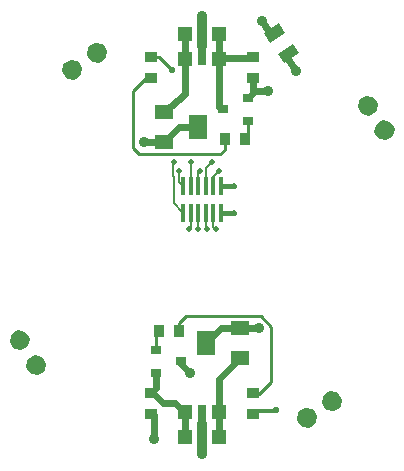
<source format=gtl>
G75*
%MOIN*%
%OFA0B0*%
%FSLAX24Y24*%
%IPPOS*%
%LPD*%
%AMOC8*
5,1,8,0,0,1.08239X$1,22.5*
%
%ADD10R,0.0350X0.0420*%
%ADD11R,0.0380X0.0600*%
%ADD12R,0.0420X0.0350*%
%ADD13R,0.0354X0.0315*%
%ADD14R,0.0150X0.0600*%
%ADD15R,0.0630X0.0512*%
%ADD16R,0.0630X0.0787*%
%ADD17R,0.0276X0.1260*%
%ADD18R,0.0512X0.0453*%
%ADD19C,0.0126*%
%ADD20C,0.0354*%
%ADD21C,0.0240*%
%ADD22C,0.0320*%
%ADD23C,0.0198*%
%ADD24C,0.0160*%
%ADD25C,0.0200*%
%ADD26C,0.0060*%
%ADD27C,0.0100*%
%ADD28C,0.0210*%
%ADD29C,0.0120*%
D10*
X007720Y005960D03*
X008400Y005960D03*
X009920Y012360D03*
X010600Y012360D03*
D11*
G36*
X011900Y014906D02*
X011688Y015221D01*
X012184Y015556D01*
X012396Y015241D01*
X011900Y014906D01*
G37*
G36*
X011442Y015586D02*
X011230Y015901D01*
X011726Y016236D01*
X011938Y015921D01*
X011442Y015586D01*
G37*
D12*
X010860Y015100D03*
X010860Y014420D03*
X007460Y014420D03*
X007460Y015100D03*
X007460Y003900D03*
X007460Y003220D03*
X010860Y003220D03*
X010860Y003900D03*
D13*
X008460Y004960D03*
X007633Y004586D03*
X007633Y005334D03*
X010687Y012986D03*
X010687Y013734D03*
X009860Y013360D03*
D14*
X009785Y010810D03*
X009535Y010810D03*
X009285Y010810D03*
X009035Y010810D03*
X008785Y010810D03*
X008535Y010810D03*
X008535Y009910D03*
X008785Y009910D03*
X009035Y009910D03*
X009285Y009910D03*
X009535Y009910D03*
X009785Y009910D03*
D15*
X007889Y012260D03*
X007889Y013260D03*
X010431Y006060D03*
X010431Y005060D03*
D16*
X009289Y005560D03*
X009031Y012760D03*
D17*
X009160Y015460D03*
X009160Y002860D03*
D18*
X009741Y002456D03*
X009741Y003264D03*
X008579Y003264D03*
X008579Y002456D03*
X008579Y015056D03*
X008579Y015864D03*
X009741Y015864D03*
X009741Y015056D03*
D19*
X003645Y005035D02*
X003582Y005098D01*
X003786Y005058D01*
X003903Y004885D01*
X003863Y004681D01*
X003690Y004564D01*
X003486Y004604D01*
X003369Y004777D01*
X003409Y004981D01*
X003582Y005098D01*
X003603Y004997D01*
X003729Y004972D01*
X003802Y004864D01*
X003777Y004738D01*
X003669Y004665D01*
X003543Y004690D01*
X003470Y004798D01*
X003495Y004924D01*
X003603Y004997D01*
X003623Y004897D01*
X003673Y004887D01*
X003702Y004844D01*
X003692Y004794D01*
X003649Y004765D01*
X003599Y004775D01*
X003570Y004818D01*
X003580Y004868D01*
X003623Y004897D01*
X003086Y005864D02*
X003023Y005927D01*
X003227Y005887D01*
X003344Y005714D01*
X003304Y005510D01*
X003131Y005393D01*
X002927Y005433D01*
X002810Y005606D01*
X002850Y005810D01*
X003023Y005927D01*
X003044Y005826D01*
X003170Y005801D01*
X003243Y005693D01*
X003218Y005567D01*
X003110Y005494D01*
X002984Y005519D01*
X002911Y005627D01*
X002936Y005753D01*
X003044Y005826D01*
X003064Y005726D01*
X003114Y005716D01*
X003143Y005673D01*
X003133Y005623D01*
X003090Y005594D01*
X003040Y005604D01*
X003011Y005647D01*
X003021Y005697D01*
X003064Y005726D01*
X004840Y014888D02*
X004777Y014951D01*
X004981Y014911D01*
X005098Y014738D01*
X005058Y014534D01*
X004885Y014417D01*
X004681Y014457D01*
X004564Y014630D01*
X004604Y014834D01*
X004777Y014951D01*
X004798Y014850D01*
X004924Y014825D01*
X004997Y014717D01*
X004972Y014591D01*
X004864Y014518D01*
X004738Y014543D01*
X004665Y014651D01*
X004690Y014777D01*
X004798Y014850D01*
X004818Y014750D01*
X004868Y014740D01*
X004897Y014697D01*
X004887Y014647D01*
X004844Y014618D01*
X004794Y014628D01*
X004765Y014671D01*
X004775Y014721D01*
X004818Y014750D01*
X005669Y015447D02*
X005606Y015510D01*
X005810Y015470D01*
X005927Y015297D01*
X005887Y015093D01*
X005714Y014976D01*
X005510Y015016D01*
X005393Y015189D01*
X005433Y015393D01*
X005606Y015510D01*
X005627Y015409D01*
X005753Y015384D01*
X005826Y015276D01*
X005801Y015150D01*
X005693Y015077D01*
X005567Y015102D01*
X005494Y015210D01*
X005519Y015336D01*
X005627Y015409D01*
X005647Y015309D01*
X005697Y015299D01*
X005726Y015256D01*
X005716Y015206D01*
X005673Y015177D01*
X005623Y015187D01*
X005594Y015230D01*
X005604Y015280D01*
X005647Y015309D01*
X014693Y013693D02*
X014630Y013756D01*
X014834Y013716D01*
X014951Y013543D01*
X014911Y013339D01*
X014738Y013222D01*
X014534Y013262D01*
X014417Y013435D01*
X014457Y013639D01*
X014630Y013756D01*
X014651Y013655D01*
X014777Y013630D01*
X014850Y013522D01*
X014825Y013396D01*
X014717Y013323D01*
X014591Y013348D01*
X014518Y013456D01*
X014543Y013582D01*
X014651Y013655D01*
X014671Y013555D01*
X014721Y013545D01*
X014750Y013502D01*
X014740Y013452D01*
X014697Y013423D01*
X014647Y013433D01*
X014618Y013476D01*
X014628Y013526D01*
X014671Y013555D01*
X015252Y012864D02*
X015189Y012927D01*
X015393Y012887D01*
X015510Y012714D01*
X015470Y012510D01*
X015297Y012393D01*
X015093Y012433D01*
X014976Y012606D01*
X015016Y012810D01*
X015189Y012927D01*
X015210Y012826D01*
X015336Y012801D01*
X015409Y012693D01*
X015384Y012567D01*
X015276Y012494D01*
X015150Y012519D01*
X015077Y012627D01*
X015102Y012753D01*
X015210Y012826D01*
X015230Y012726D01*
X015280Y012716D01*
X015309Y012673D01*
X015299Y012623D01*
X015256Y012594D01*
X015206Y012604D01*
X015177Y012647D01*
X015187Y012697D01*
X015230Y012726D01*
X013498Y003840D02*
X013435Y003903D01*
X013639Y003863D01*
X013756Y003690D01*
X013716Y003486D01*
X013543Y003369D01*
X013339Y003409D01*
X013222Y003582D01*
X013262Y003786D01*
X013435Y003903D01*
X013456Y003802D01*
X013582Y003777D01*
X013655Y003669D01*
X013630Y003543D01*
X013522Y003470D01*
X013396Y003495D01*
X013323Y003603D01*
X013348Y003729D01*
X013456Y003802D01*
X013476Y003702D01*
X013526Y003692D01*
X013555Y003649D01*
X013545Y003599D01*
X013502Y003570D01*
X013452Y003580D01*
X013423Y003623D01*
X013433Y003673D01*
X013476Y003702D01*
X012669Y003281D02*
X012606Y003344D01*
X012810Y003304D01*
X012927Y003131D01*
X012887Y002927D01*
X012714Y002810D01*
X012510Y002850D01*
X012393Y003023D01*
X012433Y003227D01*
X012606Y003344D01*
X012627Y003243D01*
X012753Y003218D01*
X012826Y003110D01*
X012801Y002984D01*
X012693Y002911D01*
X012567Y002936D01*
X012494Y003044D01*
X012519Y003170D01*
X012627Y003243D01*
X012647Y003143D01*
X012697Y003133D01*
X012726Y003090D01*
X012716Y003040D01*
X012673Y003011D01*
X012623Y003021D01*
X012594Y003064D01*
X012604Y003114D01*
X012647Y003143D01*
D20*
X011060Y006060D03*
X008760Y004560D03*
X007560Y002360D03*
X009160Y001860D03*
X007210Y012260D03*
X011160Y016299D03*
X012278Y014641D03*
X011360Y013960D03*
X009160Y016460D03*
D21*
X009741Y015960D02*
X009741Y015910D01*
X009741Y015864D01*
X009741Y015056D01*
X009741Y015060D01*
X010820Y015060D01*
X010830Y015061D01*
X010840Y015065D01*
X010848Y015072D01*
X010855Y015080D01*
X010859Y015090D01*
X010860Y015100D01*
X010860Y014420D02*
X010860Y013960D01*
X011360Y013960D01*
X010860Y013960D02*
X010860Y013912D01*
X010687Y013739D01*
X010687Y013734D01*
X009860Y013360D02*
X009827Y013360D01*
X009741Y013446D01*
X009741Y015010D01*
X009741Y015056D01*
X008579Y015056D02*
X008579Y013887D01*
X007889Y013260D01*
X008389Y012760D02*
X009031Y012760D01*
X008389Y012760D02*
X007889Y012260D01*
X007210Y012260D01*
X008579Y015056D02*
X008579Y015864D01*
X011160Y016299D02*
X011467Y015843D01*
X011480Y015840D01*
X011584Y015911D01*
X012042Y015231D02*
X011949Y015168D01*
X011943Y015138D01*
X012278Y014641D01*
X011060Y006060D02*
X010431Y006060D01*
X009789Y006060D01*
X009289Y005560D01*
X008460Y004960D02*
X008460Y004860D01*
X008760Y004560D01*
X008260Y003560D02*
X007860Y003560D01*
X007520Y003900D01*
X007460Y003900D01*
X007633Y004073D01*
X007633Y004586D01*
X007460Y003900D02*
X007461Y003890D01*
X007465Y003880D01*
X007472Y003872D01*
X007480Y003865D01*
X007490Y003861D01*
X007500Y003860D01*
X007560Y003160D02*
X007560Y002360D01*
X007560Y003160D02*
X007554Y003175D01*
X007546Y003189D01*
X007535Y003201D01*
X007522Y003210D01*
X007508Y003217D01*
X007492Y003221D01*
X007476Y003222D01*
X007460Y003220D01*
X008260Y003560D02*
X008556Y003264D01*
X008579Y003264D01*
X008579Y002456D01*
X009741Y002456D02*
X009741Y003264D01*
X009741Y004370D01*
X010431Y005060D01*
D22*
X009160Y002860D02*
X009160Y001860D01*
X009160Y015460D02*
X009160Y016460D01*
D23*
X009485Y011610D03*
X009735Y011310D03*
X010210Y010810D03*
X010210Y009910D03*
X009610Y009360D03*
X009310Y009360D03*
X009010Y009360D03*
X009085Y011310D03*
X008785Y011610D03*
X008389Y011321D03*
D24*
X009785Y010810D02*
X010210Y010810D01*
X010210Y009910D02*
X009785Y009910D01*
D25*
X008710Y009360D03*
X008218Y011618D03*
D26*
X008185Y011585D01*
X008185Y011135D01*
X008218Y011102D01*
X008218Y010227D01*
X008535Y009910D01*
X008785Y009910D02*
X008785Y009435D01*
X008710Y009360D01*
X009010Y009360D02*
X009035Y009385D01*
X009035Y009910D01*
X009285Y009910D02*
X009285Y009385D01*
X009310Y009360D01*
X009535Y009435D02*
X009610Y009360D01*
X009535Y009435D02*
X009535Y009910D01*
X009535Y010810D02*
X009535Y011110D01*
X009735Y011310D01*
X009485Y011610D02*
X009285Y011410D01*
X009285Y010810D01*
X009035Y010810D02*
X009035Y011260D01*
X009085Y011310D01*
X008785Y011610D02*
X008785Y010810D01*
X008535Y010810D02*
X008389Y010956D01*
X008389Y011321D01*
D27*
X007060Y011860D02*
X009770Y011860D01*
X009920Y012010D01*
X009920Y012360D01*
X010600Y012360D02*
X010687Y012447D01*
X010687Y012986D01*
X008145Y014688D02*
X007733Y015100D01*
X007460Y015100D01*
X007360Y014460D02*
X006860Y013960D01*
X006860Y012060D01*
X007060Y011860D01*
X007460Y014420D02*
X007360Y014460D01*
X008620Y006460D02*
X011110Y006460D01*
X011460Y006110D01*
X011460Y004260D01*
X011060Y003860D01*
X010860Y003900D01*
X008400Y005960D02*
X008400Y006240D01*
X008620Y006460D01*
X007720Y005960D02*
X007633Y005960D01*
X007633Y005334D01*
D28*
X011632Y003349D03*
X008145Y014688D03*
D29*
X010961Y003321D02*
X011591Y003321D01*
X011619Y003349D01*
X011632Y003349D01*
X010961Y003321D02*
X010860Y003220D01*
M02*

</source>
